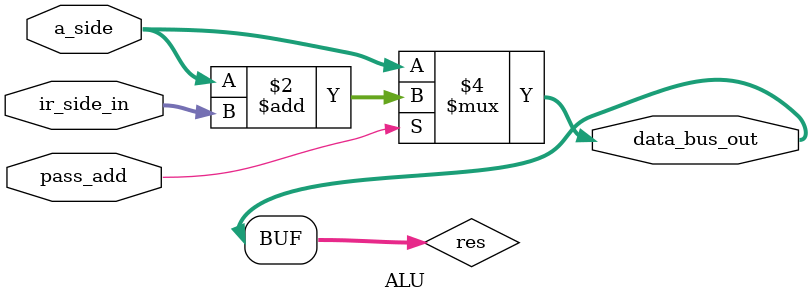
<source format=v>
module ALU (a_side, ir_side_in, pass_add, data_bus_out);
input pass_add;
input [7:0] a_side;
input [7:0] ir_side_in;
output [7:0] data_bus_out;
reg [7:0] res;

always @(pass_add, a_side, ir_side_in) begin
if (pass_add)
	res <= a_side + ir_side_in;
else
	res <= a_side;	
end

assign data_bus_out = res;
endmodule


</source>
